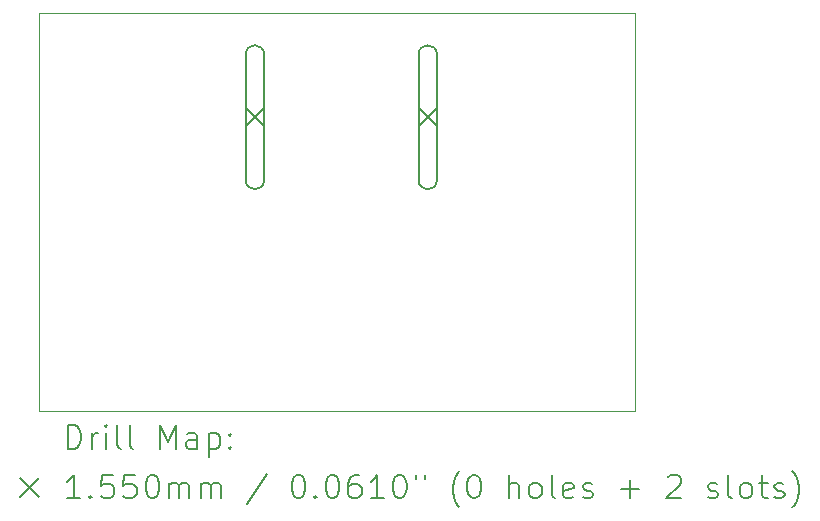
<source format=gbr>
%TF.GenerationSoftware,KiCad,Pcbnew,7.0.2*%
%TF.CreationDate,2023-09-05T18:36:46-07:00*%
%TF.ProjectId,fuse_test,66757365-5f74-4657-9374-2e6b69636164,rev?*%
%TF.SameCoordinates,Original*%
%TF.FileFunction,Drillmap*%
%TF.FilePolarity,Positive*%
%FSLAX45Y45*%
G04 Gerber Fmt 4.5, Leading zero omitted, Abs format (unit mm)*
G04 Created by KiCad (PCBNEW 7.0.2) date 2023-09-05 18:36:46*
%MOMM*%
%LPD*%
G01*
G04 APERTURE LIST*
%ADD10C,0.100000*%
%ADD11C,0.200000*%
%ADD12C,0.155000*%
G04 APERTURE END LIST*
D10*
X1253070Y-1238240D02*
X6299200Y-1238240D01*
X6299200Y-4612640D01*
X1253070Y-4612640D01*
X1253070Y-1238240D01*
D11*
D12*
X3000950Y-2045940D02*
X3155950Y-2200940D01*
X3155950Y-2045940D02*
X3000950Y-2200940D01*
D11*
X3000950Y-1590940D02*
X3000950Y-2655940D01*
X3000950Y-2655940D02*
G75*
G03*
X3155950Y-2655940I77500J0D01*
G01*
X3155950Y-2655940D02*
X3155950Y-1590940D01*
X3155950Y-1590940D02*
G75*
G03*
X3000950Y-1590940I-77500J0D01*
G01*
D12*
X4464050Y-2045940D02*
X4619050Y-2200940D01*
X4619050Y-2045940D02*
X4464050Y-2200940D01*
D11*
X4464050Y-1590940D02*
X4464050Y-2655940D01*
X4464050Y-2655940D02*
G75*
G03*
X4619050Y-2655940I77500J0D01*
G01*
X4619050Y-2655940D02*
X4619050Y-1590940D01*
X4619050Y-1590940D02*
G75*
G03*
X4464050Y-1590940I-77500J0D01*
G01*
X1495689Y-4930164D02*
X1495689Y-4730164D01*
X1495689Y-4730164D02*
X1543308Y-4730164D01*
X1543308Y-4730164D02*
X1571880Y-4739688D01*
X1571880Y-4739688D02*
X1590927Y-4758735D01*
X1590927Y-4758735D02*
X1600451Y-4777783D01*
X1600451Y-4777783D02*
X1609975Y-4815878D01*
X1609975Y-4815878D02*
X1609975Y-4844450D01*
X1609975Y-4844450D02*
X1600451Y-4882545D01*
X1600451Y-4882545D02*
X1590927Y-4901592D01*
X1590927Y-4901592D02*
X1571880Y-4920640D01*
X1571880Y-4920640D02*
X1543308Y-4930164D01*
X1543308Y-4930164D02*
X1495689Y-4930164D01*
X1695689Y-4930164D02*
X1695689Y-4796830D01*
X1695689Y-4834926D02*
X1705213Y-4815878D01*
X1705213Y-4815878D02*
X1714737Y-4806354D01*
X1714737Y-4806354D02*
X1733784Y-4796830D01*
X1733784Y-4796830D02*
X1752832Y-4796830D01*
X1819499Y-4930164D02*
X1819499Y-4796830D01*
X1819499Y-4730164D02*
X1809975Y-4739688D01*
X1809975Y-4739688D02*
X1819499Y-4749211D01*
X1819499Y-4749211D02*
X1829022Y-4739688D01*
X1829022Y-4739688D02*
X1819499Y-4730164D01*
X1819499Y-4730164D02*
X1819499Y-4749211D01*
X1943308Y-4930164D02*
X1924261Y-4920640D01*
X1924261Y-4920640D02*
X1914737Y-4901592D01*
X1914737Y-4901592D02*
X1914737Y-4730164D01*
X2048070Y-4930164D02*
X2029022Y-4920640D01*
X2029022Y-4920640D02*
X2019499Y-4901592D01*
X2019499Y-4901592D02*
X2019499Y-4730164D01*
X2276642Y-4930164D02*
X2276642Y-4730164D01*
X2276642Y-4730164D02*
X2343308Y-4873021D01*
X2343308Y-4873021D02*
X2409975Y-4730164D01*
X2409975Y-4730164D02*
X2409975Y-4930164D01*
X2590927Y-4930164D02*
X2590927Y-4825402D01*
X2590927Y-4825402D02*
X2581404Y-4806354D01*
X2581404Y-4806354D02*
X2562356Y-4796830D01*
X2562356Y-4796830D02*
X2524261Y-4796830D01*
X2524261Y-4796830D02*
X2505213Y-4806354D01*
X2590927Y-4920640D02*
X2571880Y-4930164D01*
X2571880Y-4930164D02*
X2524261Y-4930164D01*
X2524261Y-4930164D02*
X2505213Y-4920640D01*
X2505213Y-4920640D02*
X2495689Y-4901592D01*
X2495689Y-4901592D02*
X2495689Y-4882545D01*
X2495689Y-4882545D02*
X2505213Y-4863497D01*
X2505213Y-4863497D02*
X2524261Y-4853973D01*
X2524261Y-4853973D02*
X2571880Y-4853973D01*
X2571880Y-4853973D02*
X2590927Y-4844450D01*
X2686165Y-4796830D02*
X2686165Y-4996830D01*
X2686165Y-4806354D02*
X2705213Y-4796830D01*
X2705213Y-4796830D02*
X2743308Y-4796830D01*
X2743308Y-4796830D02*
X2762356Y-4806354D01*
X2762356Y-4806354D02*
X2771880Y-4815878D01*
X2771880Y-4815878D02*
X2781404Y-4834926D01*
X2781404Y-4834926D02*
X2781404Y-4892069D01*
X2781404Y-4892069D02*
X2771880Y-4911116D01*
X2771880Y-4911116D02*
X2762356Y-4920640D01*
X2762356Y-4920640D02*
X2743308Y-4930164D01*
X2743308Y-4930164D02*
X2705213Y-4930164D01*
X2705213Y-4930164D02*
X2686165Y-4920640D01*
X2867118Y-4911116D02*
X2876642Y-4920640D01*
X2876642Y-4920640D02*
X2867118Y-4930164D01*
X2867118Y-4930164D02*
X2857594Y-4920640D01*
X2857594Y-4920640D02*
X2867118Y-4911116D01*
X2867118Y-4911116D02*
X2867118Y-4930164D01*
X2867118Y-4806354D02*
X2876642Y-4815878D01*
X2876642Y-4815878D02*
X2867118Y-4825402D01*
X2867118Y-4825402D02*
X2857594Y-4815878D01*
X2857594Y-4815878D02*
X2867118Y-4806354D01*
X2867118Y-4806354D02*
X2867118Y-4825402D01*
D12*
X1093070Y-5180140D02*
X1248070Y-5335140D01*
X1248070Y-5180140D02*
X1093070Y-5335140D01*
D11*
X1600451Y-5350164D02*
X1486165Y-5350164D01*
X1543308Y-5350164D02*
X1543308Y-5150164D01*
X1543308Y-5150164D02*
X1524261Y-5178735D01*
X1524261Y-5178735D02*
X1505213Y-5197783D01*
X1505213Y-5197783D02*
X1486165Y-5207307D01*
X1686165Y-5331116D02*
X1695689Y-5340640D01*
X1695689Y-5340640D02*
X1686165Y-5350164D01*
X1686165Y-5350164D02*
X1676642Y-5340640D01*
X1676642Y-5340640D02*
X1686165Y-5331116D01*
X1686165Y-5331116D02*
X1686165Y-5350164D01*
X1876642Y-5150164D02*
X1781403Y-5150164D01*
X1781403Y-5150164D02*
X1771880Y-5245402D01*
X1771880Y-5245402D02*
X1781403Y-5235878D01*
X1781403Y-5235878D02*
X1800451Y-5226354D01*
X1800451Y-5226354D02*
X1848070Y-5226354D01*
X1848070Y-5226354D02*
X1867118Y-5235878D01*
X1867118Y-5235878D02*
X1876642Y-5245402D01*
X1876642Y-5245402D02*
X1886165Y-5264450D01*
X1886165Y-5264450D02*
X1886165Y-5312069D01*
X1886165Y-5312069D02*
X1876642Y-5331116D01*
X1876642Y-5331116D02*
X1867118Y-5340640D01*
X1867118Y-5340640D02*
X1848070Y-5350164D01*
X1848070Y-5350164D02*
X1800451Y-5350164D01*
X1800451Y-5350164D02*
X1781403Y-5340640D01*
X1781403Y-5340640D02*
X1771880Y-5331116D01*
X2067118Y-5150164D02*
X1971880Y-5150164D01*
X1971880Y-5150164D02*
X1962356Y-5245402D01*
X1962356Y-5245402D02*
X1971880Y-5235878D01*
X1971880Y-5235878D02*
X1990927Y-5226354D01*
X1990927Y-5226354D02*
X2038546Y-5226354D01*
X2038546Y-5226354D02*
X2057594Y-5235878D01*
X2057594Y-5235878D02*
X2067118Y-5245402D01*
X2067118Y-5245402D02*
X2076642Y-5264450D01*
X2076642Y-5264450D02*
X2076642Y-5312069D01*
X2076642Y-5312069D02*
X2067118Y-5331116D01*
X2067118Y-5331116D02*
X2057594Y-5340640D01*
X2057594Y-5340640D02*
X2038546Y-5350164D01*
X2038546Y-5350164D02*
X1990927Y-5350164D01*
X1990927Y-5350164D02*
X1971880Y-5340640D01*
X1971880Y-5340640D02*
X1962356Y-5331116D01*
X2200451Y-5150164D02*
X2219499Y-5150164D01*
X2219499Y-5150164D02*
X2238546Y-5159688D01*
X2238546Y-5159688D02*
X2248070Y-5169211D01*
X2248070Y-5169211D02*
X2257594Y-5188259D01*
X2257594Y-5188259D02*
X2267118Y-5226354D01*
X2267118Y-5226354D02*
X2267118Y-5273973D01*
X2267118Y-5273973D02*
X2257594Y-5312069D01*
X2257594Y-5312069D02*
X2248070Y-5331116D01*
X2248070Y-5331116D02*
X2238546Y-5340640D01*
X2238546Y-5340640D02*
X2219499Y-5350164D01*
X2219499Y-5350164D02*
X2200451Y-5350164D01*
X2200451Y-5350164D02*
X2181404Y-5340640D01*
X2181404Y-5340640D02*
X2171880Y-5331116D01*
X2171880Y-5331116D02*
X2162356Y-5312069D01*
X2162356Y-5312069D02*
X2152832Y-5273973D01*
X2152832Y-5273973D02*
X2152832Y-5226354D01*
X2152832Y-5226354D02*
X2162356Y-5188259D01*
X2162356Y-5188259D02*
X2171880Y-5169211D01*
X2171880Y-5169211D02*
X2181404Y-5159688D01*
X2181404Y-5159688D02*
X2200451Y-5150164D01*
X2352832Y-5350164D02*
X2352832Y-5216830D01*
X2352832Y-5235878D02*
X2362356Y-5226354D01*
X2362356Y-5226354D02*
X2381404Y-5216830D01*
X2381404Y-5216830D02*
X2409975Y-5216830D01*
X2409975Y-5216830D02*
X2429023Y-5226354D01*
X2429023Y-5226354D02*
X2438546Y-5245402D01*
X2438546Y-5245402D02*
X2438546Y-5350164D01*
X2438546Y-5245402D02*
X2448070Y-5226354D01*
X2448070Y-5226354D02*
X2467118Y-5216830D01*
X2467118Y-5216830D02*
X2495689Y-5216830D01*
X2495689Y-5216830D02*
X2514737Y-5226354D01*
X2514737Y-5226354D02*
X2524261Y-5245402D01*
X2524261Y-5245402D02*
X2524261Y-5350164D01*
X2619499Y-5350164D02*
X2619499Y-5216830D01*
X2619499Y-5235878D02*
X2629023Y-5226354D01*
X2629023Y-5226354D02*
X2648070Y-5216830D01*
X2648070Y-5216830D02*
X2676642Y-5216830D01*
X2676642Y-5216830D02*
X2695689Y-5226354D01*
X2695689Y-5226354D02*
X2705213Y-5245402D01*
X2705213Y-5245402D02*
X2705213Y-5350164D01*
X2705213Y-5245402D02*
X2714737Y-5226354D01*
X2714737Y-5226354D02*
X2733785Y-5216830D01*
X2733785Y-5216830D02*
X2762356Y-5216830D01*
X2762356Y-5216830D02*
X2781404Y-5226354D01*
X2781404Y-5226354D02*
X2790927Y-5245402D01*
X2790927Y-5245402D02*
X2790927Y-5350164D01*
X3181404Y-5140640D02*
X3009975Y-5397783D01*
X3438546Y-5150164D02*
X3457594Y-5150164D01*
X3457594Y-5150164D02*
X3476642Y-5159688D01*
X3476642Y-5159688D02*
X3486166Y-5169211D01*
X3486166Y-5169211D02*
X3495689Y-5188259D01*
X3495689Y-5188259D02*
X3505213Y-5226354D01*
X3505213Y-5226354D02*
X3505213Y-5273973D01*
X3505213Y-5273973D02*
X3495689Y-5312069D01*
X3495689Y-5312069D02*
X3486166Y-5331116D01*
X3486166Y-5331116D02*
X3476642Y-5340640D01*
X3476642Y-5340640D02*
X3457594Y-5350164D01*
X3457594Y-5350164D02*
X3438546Y-5350164D01*
X3438546Y-5350164D02*
X3419499Y-5340640D01*
X3419499Y-5340640D02*
X3409975Y-5331116D01*
X3409975Y-5331116D02*
X3400451Y-5312069D01*
X3400451Y-5312069D02*
X3390927Y-5273973D01*
X3390927Y-5273973D02*
X3390927Y-5226354D01*
X3390927Y-5226354D02*
X3400451Y-5188259D01*
X3400451Y-5188259D02*
X3409975Y-5169211D01*
X3409975Y-5169211D02*
X3419499Y-5159688D01*
X3419499Y-5159688D02*
X3438546Y-5150164D01*
X3590927Y-5331116D02*
X3600451Y-5340640D01*
X3600451Y-5340640D02*
X3590927Y-5350164D01*
X3590927Y-5350164D02*
X3581404Y-5340640D01*
X3581404Y-5340640D02*
X3590927Y-5331116D01*
X3590927Y-5331116D02*
X3590927Y-5350164D01*
X3724261Y-5150164D02*
X3743308Y-5150164D01*
X3743308Y-5150164D02*
X3762356Y-5159688D01*
X3762356Y-5159688D02*
X3771880Y-5169211D01*
X3771880Y-5169211D02*
X3781404Y-5188259D01*
X3781404Y-5188259D02*
X3790927Y-5226354D01*
X3790927Y-5226354D02*
X3790927Y-5273973D01*
X3790927Y-5273973D02*
X3781404Y-5312069D01*
X3781404Y-5312069D02*
X3771880Y-5331116D01*
X3771880Y-5331116D02*
X3762356Y-5340640D01*
X3762356Y-5340640D02*
X3743308Y-5350164D01*
X3743308Y-5350164D02*
X3724261Y-5350164D01*
X3724261Y-5350164D02*
X3705213Y-5340640D01*
X3705213Y-5340640D02*
X3695689Y-5331116D01*
X3695689Y-5331116D02*
X3686166Y-5312069D01*
X3686166Y-5312069D02*
X3676642Y-5273973D01*
X3676642Y-5273973D02*
X3676642Y-5226354D01*
X3676642Y-5226354D02*
X3686166Y-5188259D01*
X3686166Y-5188259D02*
X3695689Y-5169211D01*
X3695689Y-5169211D02*
X3705213Y-5159688D01*
X3705213Y-5159688D02*
X3724261Y-5150164D01*
X3962356Y-5150164D02*
X3924261Y-5150164D01*
X3924261Y-5150164D02*
X3905213Y-5159688D01*
X3905213Y-5159688D02*
X3895689Y-5169211D01*
X3895689Y-5169211D02*
X3876642Y-5197783D01*
X3876642Y-5197783D02*
X3867118Y-5235878D01*
X3867118Y-5235878D02*
X3867118Y-5312069D01*
X3867118Y-5312069D02*
X3876642Y-5331116D01*
X3876642Y-5331116D02*
X3886166Y-5340640D01*
X3886166Y-5340640D02*
X3905213Y-5350164D01*
X3905213Y-5350164D02*
X3943308Y-5350164D01*
X3943308Y-5350164D02*
X3962356Y-5340640D01*
X3962356Y-5340640D02*
X3971880Y-5331116D01*
X3971880Y-5331116D02*
X3981404Y-5312069D01*
X3981404Y-5312069D02*
X3981404Y-5264450D01*
X3981404Y-5264450D02*
X3971880Y-5245402D01*
X3971880Y-5245402D02*
X3962356Y-5235878D01*
X3962356Y-5235878D02*
X3943308Y-5226354D01*
X3943308Y-5226354D02*
X3905213Y-5226354D01*
X3905213Y-5226354D02*
X3886166Y-5235878D01*
X3886166Y-5235878D02*
X3876642Y-5245402D01*
X3876642Y-5245402D02*
X3867118Y-5264450D01*
X4171880Y-5350164D02*
X4057594Y-5350164D01*
X4114737Y-5350164D02*
X4114737Y-5150164D01*
X4114737Y-5150164D02*
X4095689Y-5178735D01*
X4095689Y-5178735D02*
X4076642Y-5197783D01*
X4076642Y-5197783D02*
X4057594Y-5207307D01*
X4295689Y-5150164D02*
X4314737Y-5150164D01*
X4314737Y-5150164D02*
X4333785Y-5159688D01*
X4333785Y-5159688D02*
X4343309Y-5169211D01*
X4343309Y-5169211D02*
X4352832Y-5188259D01*
X4352832Y-5188259D02*
X4362356Y-5226354D01*
X4362356Y-5226354D02*
X4362356Y-5273973D01*
X4362356Y-5273973D02*
X4352832Y-5312069D01*
X4352832Y-5312069D02*
X4343309Y-5331116D01*
X4343309Y-5331116D02*
X4333785Y-5340640D01*
X4333785Y-5340640D02*
X4314737Y-5350164D01*
X4314737Y-5350164D02*
X4295689Y-5350164D01*
X4295689Y-5350164D02*
X4276642Y-5340640D01*
X4276642Y-5340640D02*
X4267118Y-5331116D01*
X4267118Y-5331116D02*
X4257594Y-5312069D01*
X4257594Y-5312069D02*
X4248070Y-5273973D01*
X4248070Y-5273973D02*
X4248070Y-5226354D01*
X4248070Y-5226354D02*
X4257594Y-5188259D01*
X4257594Y-5188259D02*
X4267118Y-5169211D01*
X4267118Y-5169211D02*
X4276642Y-5159688D01*
X4276642Y-5159688D02*
X4295689Y-5150164D01*
X4438547Y-5150164D02*
X4438547Y-5188259D01*
X4514737Y-5150164D02*
X4514737Y-5188259D01*
X4809975Y-5426354D02*
X4800451Y-5416830D01*
X4800451Y-5416830D02*
X4781404Y-5388259D01*
X4781404Y-5388259D02*
X4771880Y-5369211D01*
X4771880Y-5369211D02*
X4762356Y-5340640D01*
X4762356Y-5340640D02*
X4752832Y-5293021D01*
X4752832Y-5293021D02*
X4752832Y-5254926D01*
X4752832Y-5254926D02*
X4762356Y-5207307D01*
X4762356Y-5207307D02*
X4771880Y-5178735D01*
X4771880Y-5178735D02*
X4781404Y-5159688D01*
X4781404Y-5159688D02*
X4800451Y-5131116D01*
X4800451Y-5131116D02*
X4809975Y-5121592D01*
X4924261Y-5150164D02*
X4943309Y-5150164D01*
X4943309Y-5150164D02*
X4962356Y-5159688D01*
X4962356Y-5159688D02*
X4971880Y-5169211D01*
X4971880Y-5169211D02*
X4981404Y-5188259D01*
X4981404Y-5188259D02*
X4990928Y-5226354D01*
X4990928Y-5226354D02*
X4990928Y-5273973D01*
X4990928Y-5273973D02*
X4981404Y-5312069D01*
X4981404Y-5312069D02*
X4971880Y-5331116D01*
X4971880Y-5331116D02*
X4962356Y-5340640D01*
X4962356Y-5340640D02*
X4943309Y-5350164D01*
X4943309Y-5350164D02*
X4924261Y-5350164D01*
X4924261Y-5350164D02*
X4905213Y-5340640D01*
X4905213Y-5340640D02*
X4895690Y-5331116D01*
X4895690Y-5331116D02*
X4886166Y-5312069D01*
X4886166Y-5312069D02*
X4876642Y-5273973D01*
X4876642Y-5273973D02*
X4876642Y-5226354D01*
X4876642Y-5226354D02*
X4886166Y-5188259D01*
X4886166Y-5188259D02*
X4895690Y-5169211D01*
X4895690Y-5169211D02*
X4905213Y-5159688D01*
X4905213Y-5159688D02*
X4924261Y-5150164D01*
X5229023Y-5350164D02*
X5229023Y-5150164D01*
X5314737Y-5350164D02*
X5314737Y-5245402D01*
X5314737Y-5245402D02*
X5305213Y-5226354D01*
X5305213Y-5226354D02*
X5286166Y-5216830D01*
X5286166Y-5216830D02*
X5257594Y-5216830D01*
X5257594Y-5216830D02*
X5238547Y-5226354D01*
X5238547Y-5226354D02*
X5229023Y-5235878D01*
X5438547Y-5350164D02*
X5419499Y-5340640D01*
X5419499Y-5340640D02*
X5409975Y-5331116D01*
X5409975Y-5331116D02*
X5400452Y-5312069D01*
X5400452Y-5312069D02*
X5400452Y-5254926D01*
X5400452Y-5254926D02*
X5409975Y-5235878D01*
X5409975Y-5235878D02*
X5419499Y-5226354D01*
X5419499Y-5226354D02*
X5438547Y-5216830D01*
X5438547Y-5216830D02*
X5467118Y-5216830D01*
X5467118Y-5216830D02*
X5486166Y-5226354D01*
X5486166Y-5226354D02*
X5495690Y-5235878D01*
X5495690Y-5235878D02*
X5505213Y-5254926D01*
X5505213Y-5254926D02*
X5505213Y-5312069D01*
X5505213Y-5312069D02*
X5495690Y-5331116D01*
X5495690Y-5331116D02*
X5486166Y-5340640D01*
X5486166Y-5340640D02*
X5467118Y-5350164D01*
X5467118Y-5350164D02*
X5438547Y-5350164D01*
X5619499Y-5350164D02*
X5600451Y-5340640D01*
X5600451Y-5340640D02*
X5590928Y-5321592D01*
X5590928Y-5321592D02*
X5590928Y-5150164D01*
X5771880Y-5340640D02*
X5752832Y-5350164D01*
X5752832Y-5350164D02*
X5714737Y-5350164D01*
X5714737Y-5350164D02*
X5695690Y-5340640D01*
X5695690Y-5340640D02*
X5686166Y-5321592D01*
X5686166Y-5321592D02*
X5686166Y-5245402D01*
X5686166Y-5245402D02*
X5695690Y-5226354D01*
X5695690Y-5226354D02*
X5714737Y-5216830D01*
X5714737Y-5216830D02*
X5752832Y-5216830D01*
X5752832Y-5216830D02*
X5771880Y-5226354D01*
X5771880Y-5226354D02*
X5781404Y-5245402D01*
X5781404Y-5245402D02*
X5781404Y-5264450D01*
X5781404Y-5264450D02*
X5686166Y-5283497D01*
X5857594Y-5340640D02*
X5876642Y-5350164D01*
X5876642Y-5350164D02*
X5914737Y-5350164D01*
X5914737Y-5350164D02*
X5933785Y-5340640D01*
X5933785Y-5340640D02*
X5943309Y-5321592D01*
X5943309Y-5321592D02*
X5943309Y-5312069D01*
X5943309Y-5312069D02*
X5933785Y-5293021D01*
X5933785Y-5293021D02*
X5914737Y-5283497D01*
X5914737Y-5283497D02*
X5886166Y-5283497D01*
X5886166Y-5283497D02*
X5867118Y-5273973D01*
X5867118Y-5273973D02*
X5857594Y-5254926D01*
X5857594Y-5254926D02*
X5857594Y-5245402D01*
X5857594Y-5245402D02*
X5867118Y-5226354D01*
X5867118Y-5226354D02*
X5886166Y-5216830D01*
X5886166Y-5216830D02*
X5914737Y-5216830D01*
X5914737Y-5216830D02*
X5933785Y-5226354D01*
X6181404Y-5273973D02*
X6333785Y-5273973D01*
X6257594Y-5350164D02*
X6257594Y-5197783D01*
X6571880Y-5169211D02*
X6581404Y-5159688D01*
X6581404Y-5159688D02*
X6600452Y-5150164D01*
X6600452Y-5150164D02*
X6648071Y-5150164D01*
X6648071Y-5150164D02*
X6667118Y-5159688D01*
X6667118Y-5159688D02*
X6676642Y-5169211D01*
X6676642Y-5169211D02*
X6686166Y-5188259D01*
X6686166Y-5188259D02*
X6686166Y-5207307D01*
X6686166Y-5207307D02*
X6676642Y-5235878D01*
X6676642Y-5235878D02*
X6562356Y-5350164D01*
X6562356Y-5350164D02*
X6686166Y-5350164D01*
X6914737Y-5340640D02*
X6933785Y-5350164D01*
X6933785Y-5350164D02*
X6971880Y-5350164D01*
X6971880Y-5350164D02*
X6990928Y-5340640D01*
X6990928Y-5340640D02*
X7000452Y-5321592D01*
X7000452Y-5321592D02*
X7000452Y-5312069D01*
X7000452Y-5312069D02*
X6990928Y-5293021D01*
X6990928Y-5293021D02*
X6971880Y-5283497D01*
X6971880Y-5283497D02*
X6943309Y-5283497D01*
X6943309Y-5283497D02*
X6924261Y-5273973D01*
X6924261Y-5273973D02*
X6914737Y-5254926D01*
X6914737Y-5254926D02*
X6914737Y-5245402D01*
X6914737Y-5245402D02*
X6924261Y-5226354D01*
X6924261Y-5226354D02*
X6943309Y-5216830D01*
X6943309Y-5216830D02*
X6971880Y-5216830D01*
X6971880Y-5216830D02*
X6990928Y-5226354D01*
X7114737Y-5350164D02*
X7095690Y-5340640D01*
X7095690Y-5340640D02*
X7086166Y-5321592D01*
X7086166Y-5321592D02*
X7086166Y-5150164D01*
X7219499Y-5350164D02*
X7200452Y-5340640D01*
X7200452Y-5340640D02*
X7190928Y-5331116D01*
X7190928Y-5331116D02*
X7181404Y-5312069D01*
X7181404Y-5312069D02*
X7181404Y-5254926D01*
X7181404Y-5254926D02*
X7190928Y-5235878D01*
X7190928Y-5235878D02*
X7200452Y-5226354D01*
X7200452Y-5226354D02*
X7219499Y-5216830D01*
X7219499Y-5216830D02*
X7248071Y-5216830D01*
X7248071Y-5216830D02*
X7267118Y-5226354D01*
X7267118Y-5226354D02*
X7276642Y-5235878D01*
X7276642Y-5235878D02*
X7286166Y-5254926D01*
X7286166Y-5254926D02*
X7286166Y-5312069D01*
X7286166Y-5312069D02*
X7276642Y-5331116D01*
X7276642Y-5331116D02*
X7267118Y-5340640D01*
X7267118Y-5340640D02*
X7248071Y-5350164D01*
X7248071Y-5350164D02*
X7219499Y-5350164D01*
X7343309Y-5216830D02*
X7419499Y-5216830D01*
X7371880Y-5150164D02*
X7371880Y-5321592D01*
X7371880Y-5321592D02*
X7381404Y-5340640D01*
X7381404Y-5340640D02*
X7400452Y-5350164D01*
X7400452Y-5350164D02*
X7419499Y-5350164D01*
X7476642Y-5340640D02*
X7495690Y-5350164D01*
X7495690Y-5350164D02*
X7533785Y-5350164D01*
X7533785Y-5350164D02*
X7552833Y-5340640D01*
X7552833Y-5340640D02*
X7562356Y-5321592D01*
X7562356Y-5321592D02*
X7562356Y-5312069D01*
X7562356Y-5312069D02*
X7552833Y-5293021D01*
X7552833Y-5293021D02*
X7533785Y-5283497D01*
X7533785Y-5283497D02*
X7505214Y-5283497D01*
X7505214Y-5283497D02*
X7486166Y-5273973D01*
X7486166Y-5273973D02*
X7476642Y-5254926D01*
X7476642Y-5254926D02*
X7476642Y-5245402D01*
X7476642Y-5245402D02*
X7486166Y-5226354D01*
X7486166Y-5226354D02*
X7505214Y-5216830D01*
X7505214Y-5216830D02*
X7533785Y-5216830D01*
X7533785Y-5216830D02*
X7552833Y-5226354D01*
X7629023Y-5426354D02*
X7638547Y-5416830D01*
X7638547Y-5416830D02*
X7657595Y-5388259D01*
X7657595Y-5388259D02*
X7667118Y-5369211D01*
X7667118Y-5369211D02*
X7676642Y-5340640D01*
X7676642Y-5340640D02*
X7686166Y-5293021D01*
X7686166Y-5293021D02*
X7686166Y-5254926D01*
X7686166Y-5254926D02*
X7676642Y-5207307D01*
X7676642Y-5207307D02*
X7667118Y-5178735D01*
X7667118Y-5178735D02*
X7657595Y-5159688D01*
X7657595Y-5159688D02*
X7638547Y-5131116D01*
X7638547Y-5131116D02*
X7629023Y-5121592D01*
M02*

</source>
